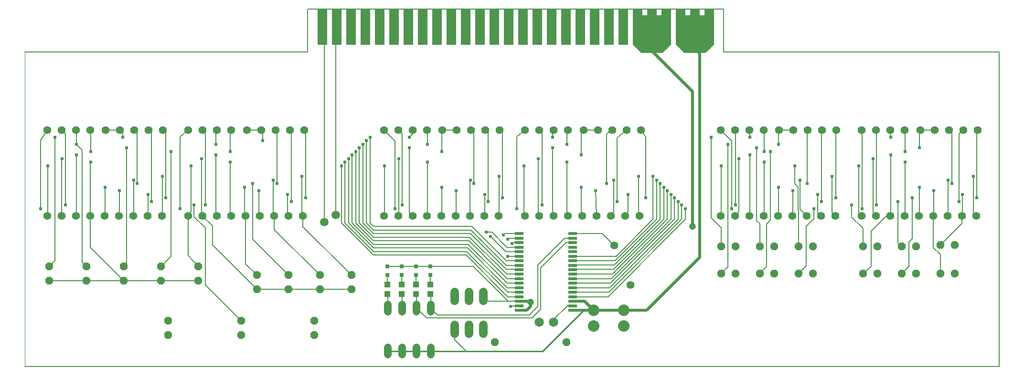
<source format=gtl>
G75*
%MOIN*%
%OFA0B0*%
%FSLAX25Y25*%
%IPPOS*%
%LPD*%
%AMOC8*
5,1,8,0,0,1.08239X$1,22.5*
%
%ADD10C,0.00000*%
%ADD11C,0.00600*%
%ADD12C,0.05600*%
%ADD13OC8,0.05200*%
%ADD14R,0.06500X0.25000*%
%ADD15C,0.00500*%
%ADD16R,0.05906X0.01969*%
%ADD17C,0.05200*%
%ADD18C,0.06500*%
%ADD19C,0.08000*%
%ADD20R,0.03150X0.03150*%
%ADD21R,0.03937X0.04331*%
%ADD22C,0.05543*%
%ADD23C,0.06000*%
%ADD24C,0.02978*%
%ADD25C,0.01200*%
%ADD26C,0.04750*%
%ADD27C,0.02000*%
%ADD28C,0.02387*%
%ADD29C,0.01000*%
%ADD30C,0.05906*%
D10*
X0001300Y0001300D02*
X0001300Y0221300D01*
D11*
X0001300Y0001300D02*
X0681300Y0001300D01*
X0681300Y0221300D01*
X0488800Y0221300D01*
X0486906Y0166800D02*
X0494800Y0158906D01*
X0494800Y0111800D01*
X0497300Y0114300D02*
X0497300Y0166406D01*
X0496906Y0166800D01*
X0506906Y0166800D02*
X0507300Y0166406D01*
X0507300Y0161800D01*
X0516906Y0166800D02*
X0517300Y0166406D01*
X0517300Y0151800D01*
X0521700Y0151800D02*
X0521700Y0103800D01*
X0519000Y0101100D01*
X0519000Y0071400D01*
X0514300Y0066300D01*
X0492000Y0071002D02*
X0492000Y0156800D01*
X0480300Y0161800D02*
X0480300Y0105300D01*
X0487298Y0098302D01*
X0487300Y0085300D01*
X0514300Y0085300D02*
X0514300Y0101300D01*
X0512100Y0103500D01*
X0512100Y0154300D01*
X0507300Y0149300D02*
X0507300Y0107194D01*
X0506906Y0106800D01*
X0499800Y0109694D02*
X0499800Y0146800D01*
X0487300Y0141800D02*
X0487300Y0107194D01*
X0486906Y0106800D01*
X0496906Y0106800D02*
X0499800Y0109694D01*
X0516906Y0106800D02*
X0517300Y0107194D01*
X0517300Y0144300D01*
X0538500Y0141800D02*
X0538500Y0129300D01*
X0541100Y0126700D01*
X0541100Y0110909D01*
X0541300Y0110709D01*
X0541300Y0085300D01*
X0546600Y0071600D02*
X0546600Y0099300D01*
X0552000Y0104700D01*
X0552000Y0111800D01*
X0554800Y0108906D02*
X0554800Y0121800D01*
X0557300Y0116800D02*
X0557300Y0166406D01*
X0557694Y0166800D01*
X0547694Y0166800D02*
X0547300Y0166406D01*
X0547300Y0129300D01*
X0542300Y0131800D02*
X0542300Y0111406D01*
X0546906Y0106800D01*
X0554800Y0108906D02*
X0556906Y0106800D01*
X0564800Y0108906D02*
X0566906Y0106800D01*
X0564800Y0108906D02*
X0564800Y0134300D01*
X0583300Y0141800D02*
X0583300Y0108906D01*
X0585406Y0106800D01*
X0578400Y0105900D02*
X0586300Y0098000D01*
X0586300Y0085300D01*
X0591900Y0096000D02*
X0602700Y0106800D01*
X0605406Y0106800D01*
X0605800Y0107194D01*
X0605800Y0149300D01*
X0615800Y0151800D02*
X0615800Y0166406D01*
X0615406Y0166800D01*
X0625800Y0166406D02*
X0626194Y0166800D01*
X0636194Y0166800D01*
X0646194Y0166800D02*
X0648300Y0164694D01*
X0648300Y0129300D01*
X0645800Y0131800D02*
X0645800Y0107194D01*
X0645406Y0106800D01*
X0635800Y0107194D02*
X0635800Y0124300D01*
X0625800Y0126800D02*
X0625800Y0107194D01*
X0625406Y0106800D01*
X0615800Y0107194D02*
X0615406Y0106800D01*
X0615800Y0107194D02*
X0615800Y0144300D01*
X0625800Y0154300D02*
X0625800Y0166406D01*
X0605800Y0166406D02*
X0605800Y0161800D01*
X0605800Y0166406D02*
X0605406Y0166800D01*
X0595800Y0166406D02*
X0595800Y0114300D01*
X0593300Y0108906D02*
X0593300Y0146800D01*
X0595800Y0166406D02*
X0595406Y0166800D01*
X0585800Y0166406D02*
X0585406Y0166800D01*
X0585800Y0166406D02*
X0585800Y0111800D01*
X0578400Y0114300D02*
X0578400Y0105900D01*
X0593300Y0108906D02*
X0595406Y0106800D01*
X0591900Y0096000D02*
X0591900Y0071500D01*
X0586300Y0066300D01*
X0613300Y0066300D02*
X0618300Y0071500D01*
X0618300Y0088300D01*
X0620700Y0090700D01*
X0620700Y0119300D01*
X0610800Y0116800D02*
X0610800Y0087800D01*
X0613300Y0085300D01*
X0635400Y0084500D02*
X0640300Y0079600D01*
X0640300Y0066300D01*
X0635400Y0084500D02*
X0635400Y0106794D01*
X0635406Y0106800D01*
X0635800Y0107194D01*
X0655406Y0106800D02*
X0655406Y0101406D01*
X0640300Y0086300D01*
X0655406Y0106800D02*
X0655800Y0107194D01*
X0655800Y0121800D01*
X0665800Y0119300D02*
X0665800Y0166406D01*
X0666194Y0166800D01*
X0656194Y0166800D02*
X0653300Y0163906D01*
X0653300Y0116800D01*
X0663300Y0108906D02*
X0665406Y0106800D01*
X0663300Y0108906D02*
X0663300Y0134300D01*
X0567300Y0119300D02*
X0567300Y0166406D01*
X0567694Y0166800D01*
X0537694Y0166800D02*
X0527694Y0166800D01*
X0527300Y0166406D01*
X0527300Y0156800D01*
X0527300Y0126800D02*
X0527300Y0107194D01*
X0526906Y0106800D01*
X0536906Y0106800D02*
X0537300Y0107194D01*
X0537300Y0124300D01*
X0462300Y0111800D02*
X0462300Y0104300D01*
X0408177Y0050177D01*
X0383801Y0050177D01*
X0383801Y0053327D02*
X0408827Y0053327D01*
X0459800Y0104300D01*
X0459800Y0114300D01*
X0457300Y0116800D02*
X0457300Y0104300D01*
X0409476Y0056476D01*
X0383801Y0056476D01*
X0383801Y0059626D02*
X0393300Y0059626D01*
X0393626Y0059626D01*
X0410126Y0059626D01*
X0454800Y0104300D01*
X0454800Y0119300D01*
X0452300Y0121800D02*
X0452300Y0104300D01*
X0410776Y0062776D01*
X0393776Y0062776D01*
X0393300Y0062776D01*
X0383801Y0062776D01*
X0383801Y0065925D02*
X0411425Y0065925D01*
X0449800Y0104300D01*
X0449800Y0124300D01*
X0447300Y0126800D02*
X0447300Y0104300D01*
X0412300Y0069300D01*
X0384026Y0069300D01*
X0383801Y0069075D01*
X0383801Y0072224D02*
X0383876Y0072300D01*
X0412800Y0072300D01*
X0444800Y0104300D01*
X0444800Y0129300D01*
X0442300Y0131800D02*
X0442300Y0104300D01*
X0413374Y0075374D01*
X0383801Y0075374D01*
X0383801Y0078524D02*
X0414024Y0078524D01*
X0439800Y0104300D01*
X0439800Y0134300D01*
X0429800Y0134300D02*
X0429800Y0107194D01*
X0430406Y0106800D01*
X0422300Y0109694D02*
X0420406Y0106800D01*
X0422300Y0109694D02*
X0422300Y0121800D01*
X0414800Y0116800D02*
X0414800Y0161406D01*
X0421194Y0166800D01*
X0411194Y0166800D02*
X0407300Y0163906D01*
X0407300Y0129300D01*
X0412300Y0131800D02*
X0412300Y0109694D01*
X0410406Y0106800D01*
X0400406Y0106800D02*
X0399800Y0124300D01*
X0389800Y0126800D02*
X0389800Y0107194D01*
X0390406Y0106800D01*
X0380406Y0106800D02*
X0379800Y0107194D01*
X0379800Y0144300D01*
X0389800Y0149300D02*
X0389800Y0166406D01*
X0391194Y0166800D01*
X0401194Y0166800D01*
X0380406Y0166800D02*
X0379800Y0166406D01*
X0379800Y0156800D01*
X0369800Y0154300D02*
X0369800Y0107194D01*
X0370406Y0106800D01*
X0360406Y0106800D02*
X0359800Y0107194D01*
X0359800Y0146800D01*
X0349800Y0141800D02*
X0349800Y0107194D01*
X0350406Y0106800D01*
X0344800Y0111800D02*
X0344800Y0162194D01*
X0350406Y0166800D01*
X0360406Y0166800D02*
X0362300Y0163906D01*
X0362300Y0114300D01*
X0334800Y0119300D02*
X0334800Y0164694D01*
X0332694Y0166800D01*
X0324800Y0164694D02*
X0324800Y0116800D01*
X0322300Y0121800D02*
X0322300Y0107194D01*
X0321906Y0106800D01*
X0331906Y0106800D02*
X0332300Y0107194D01*
X0332300Y0134300D01*
X0314800Y0129300D02*
X0314800Y0164694D01*
X0312694Y0166800D01*
X0302694Y0166800D02*
X0292694Y0166800D01*
X0292300Y0166406D01*
X0292300Y0151800D01*
X0282300Y0156800D02*
X0282300Y0166406D01*
X0281906Y0166800D01*
X0271906Y0166800D02*
X0271906Y0163906D01*
X0269800Y0161800D01*
X0264800Y0163906D02*
X0261906Y0166800D01*
X0264800Y0163906D02*
X0264800Y0114300D01*
X0259800Y0111800D02*
X0259800Y0158906D01*
X0251906Y0166800D01*
X0242300Y0161800D02*
X0242300Y0101800D01*
X0244800Y0099300D01*
X0313300Y0099300D01*
X0337226Y0075374D01*
X0346399Y0075374D01*
X0346176Y0078300D02*
X0338300Y0078300D01*
X0337034Y0081673D02*
X0346399Y0081673D01*
X0346399Y0078524D02*
X0346176Y0078300D01*
X0337034Y0081673D02*
X0326356Y0092351D01*
X0327300Y0095300D02*
X0337777Y0084823D01*
X0346399Y0084823D01*
X0346399Y0087972D02*
X0341972Y0087972D01*
X0341300Y0087300D01*
X0338300Y0090300D02*
X0339122Y0091122D01*
X0346399Y0091122D01*
X0346399Y0094272D02*
X0336272Y0094272D01*
X0335300Y0093300D01*
X0327300Y0095300D02*
X0323300Y0095300D01*
X0312800Y0096800D02*
X0244800Y0096800D01*
X0239800Y0101800D01*
X0239800Y0159300D01*
X0237300Y0156800D02*
X0237300Y0101800D01*
X0244800Y0094300D01*
X0312300Y0094300D01*
X0337300Y0069300D01*
X0346174Y0069300D01*
X0346399Y0069075D01*
X0346399Y0065925D02*
X0337675Y0065925D01*
X0311800Y0091800D01*
X0244800Y0091800D01*
X0234800Y0101800D01*
X0234800Y0154300D01*
X0232300Y0151800D02*
X0232300Y0101800D01*
X0244800Y0089300D01*
X0311300Y0089300D01*
X0337824Y0062776D01*
X0346399Y0062776D01*
X0346399Y0059626D02*
X0337974Y0059626D01*
X0310800Y0086800D01*
X0244800Y0086800D01*
X0229800Y0101800D01*
X0229800Y0149300D01*
X0227300Y0146800D02*
X0227300Y0101800D01*
X0244800Y0084300D01*
X0310300Y0084300D01*
X0338124Y0056476D01*
X0346399Y0056476D01*
X0346399Y0053327D02*
X0338273Y0053327D01*
X0309800Y0081800D01*
X0244800Y0081800D01*
X0224800Y0101800D01*
X0224800Y0144300D01*
X0222300Y0141800D02*
X0222300Y0101800D01*
X0244800Y0079300D01*
X0309300Y0079300D01*
X0338423Y0050177D01*
X0346399Y0050177D01*
X0346399Y0047028D02*
X0338572Y0047028D01*
X0324572Y0047028D01*
X0321300Y0050300D01*
X0338572Y0047028D02*
X0314347Y0071253D01*
X0284300Y0071253D01*
X0274300Y0071253D01*
X0264300Y0071253D01*
X0254300Y0071253D01*
X0254300Y0065347D02*
X0254300Y0058646D01*
X0264300Y0058646D02*
X0264300Y0065347D01*
X0274300Y0065347D02*
X0274300Y0058646D01*
X0284300Y0058646D02*
X0284300Y0065347D01*
X0284300Y0051954D02*
X0284500Y0051754D01*
X0284500Y0042200D01*
X0289400Y0037300D01*
X0353300Y0037300D01*
X0359300Y0043300D01*
X0359300Y0072300D01*
X0378122Y0091122D01*
X0383801Y0091122D01*
X0383801Y0087972D02*
X0378972Y0087972D01*
X0361300Y0070300D01*
X0361300Y0041300D01*
X0355300Y0035300D01*
X0281500Y0035300D01*
X0274500Y0042300D01*
X0274500Y0042200D01*
X0274500Y0042300D02*
X0274500Y0051754D01*
X0274300Y0051954D01*
X0264500Y0051754D02*
X0264500Y0042200D01*
X0254500Y0042200D02*
X0254500Y0051754D01*
X0254300Y0051954D01*
X0264300Y0051954D02*
X0264500Y0051754D01*
X0229300Y0055300D02*
X0207300Y0055300D01*
X0185300Y0055300D01*
X0163300Y0055300D01*
X0132300Y0086300D01*
X0132300Y0099694D01*
X0124800Y0107194D01*
X0124603Y0106997D01*
X0125406Y0106800D01*
X0124800Y0107194D02*
X0124800Y0146800D01*
X0134800Y0149300D02*
X0134800Y0107194D01*
X0135406Y0106800D01*
X0144800Y0107194D02*
X0145406Y0106800D01*
X0144800Y0107194D02*
X0144800Y0144300D01*
X0144800Y0151800D02*
X0144800Y0166406D01*
X0145406Y0166800D01*
X0156194Y0166800D02*
X0166194Y0166800D01*
X0167300Y0164694D01*
X0167300Y0159300D01*
X0177300Y0164694D02*
X0177300Y0129300D01*
X0174800Y0131800D02*
X0174800Y0107194D01*
X0175406Y0106800D01*
X0175406Y0097194D01*
X0207300Y0065300D01*
X0185300Y0065300D02*
X0160300Y0090300D01*
X0160300Y0129300D01*
X0154800Y0126800D02*
X0154800Y0107194D01*
X0155406Y0106800D02*
X0155406Y0073194D01*
X0163300Y0065300D01*
X0163300Y0057906D02*
X0163300Y0055300D01*
X0152300Y0033300D02*
X0127300Y0058300D01*
X0127300Y0098300D01*
X0119394Y0106206D01*
X0119394Y0114300D01*
X0127300Y0114300D02*
X0127300Y0163906D01*
X0125406Y0166800D01*
X0134800Y0166406D02*
X0135406Y0166800D01*
X0134800Y0166406D02*
X0134800Y0156800D01*
X0115406Y0166800D02*
X0109800Y0162194D01*
X0109800Y0111800D01*
X0115406Y0106800D02*
X0117300Y0109694D01*
X0117300Y0141800D01*
X0097300Y0134300D02*
X0097300Y0107194D01*
X0096906Y0106800D01*
X0087300Y0107194D02*
X0087300Y0121800D01*
X0089800Y0116800D02*
X0089800Y0164694D01*
X0087694Y0166800D01*
X0079800Y0164694D02*
X0079800Y0129300D01*
X0077300Y0131800D02*
X0077300Y0107194D01*
X0076906Y0106800D01*
X0086906Y0106800D02*
X0087300Y0107194D01*
X0067300Y0107194D02*
X0066906Y0106800D01*
X0067300Y0107194D02*
X0067300Y0124300D01*
X0057300Y0126800D02*
X0057300Y0107194D01*
X0056906Y0106800D01*
X0046906Y0106800D02*
X0046906Y0084694D01*
X0070300Y0061300D01*
X0096300Y0061300D01*
X0122300Y0061300D01*
X0122300Y0071300D02*
X0115406Y0079194D01*
X0115406Y0106800D01*
X0099800Y0119300D02*
X0099800Y0164694D01*
X0097694Y0166800D01*
X0079800Y0164694D02*
X0077694Y0166800D01*
X0069800Y0164694D02*
X0067694Y0166800D01*
X0057694Y0166800D01*
X0047300Y0166406D02*
X0046906Y0166800D01*
X0047300Y0166406D02*
X0047300Y0151800D01*
X0041300Y0152800D02*
X0041300Y0074300D01*
X0044300Y0071300D01*
X0022300Y0075300D02*
X0022300Y0161800D01*
X0026906Y0166800D02*
X0029800Y0163906D01*
X0029800Y0114300D01*
X0026906Y0106800D02*
X0026906Y0146406D01*
X0027300Y0146800D01*
X0037300Y0149300D02*
X0037300Y0107194D01*
X0036906Y0106800D01*
X0046906Y0106800D02*
X0046906Y0143906D01*
X0047300Y0144300D01*
X0041300Y0152800D02*
X0037300Y0156800D01*
X0037300Y0166406D01*
X0036906Y0166800D01*
X0016906Y0166800D02*
X0012300Y0159694D01*
X0012300Y0111800D01*
X0017300Y0107194D02*
X0016906Y0106800D01*
X0017300Y0107194D02*
X0017300Y0141800D01*
X0069800Y0161800D02*
X0069800Y0164694D01*
X0072300Y0154300D02*
X0072300Y0073300D01*
X0070300Y0071300D01*
X0070300Y0061300D02*
X0044300Y0061300D01*
X0018300Y0061300D01*
X0018300Y0071300D02*
X0022300Y0075300D01*
X0096300Y0071300D02*
X0103300Y0078300D01*
X0103300Y0151800D01*
X0176194Y0166800D02*
X0177300Y0164694D01*
X0186194Y0166800D02*
X0187300Y0164694D01*
X0187300Y0116800D01*
X0197300Y0119300D02*
X0197300Y0164694D01*
X0196194Y0166800D01*
X0252300Y0141800D02*
X0252300Y0107194D01*
X0251906Y0106800D01*
X0261906Y0106800D02*
X0262300Y0107194D01*
X0262300Y0146800D01*
X0269800Y0154300D02*
X0269800Y0108906D01*
X0271906Y0106800D01*
X0281906Y0106800D02*
X0282300Y0107194D01*
X0282300Y0144300D01*
X0311906Y0131406D02*
X0311906Y0106800D01*
X0302300Y0107194D02*
X0301906Y0106800D01*
X0302300Y0107194D02*
X0302300Y0124300D01*
X0292300Y0126800D02*
X0292300Y0107194D01*
X0291906Y0106800D01*
X0312800Y0096800D02*
X0337376Y0072224D01*
X0346399Y0072224D01*
X0383801Y0094272D02*
X0404425Y0094272D01*
X0412575Y0086122D01*
X0487300Y0066300D02*
X0492000Y0071002D01*
X0541300Y0066300D02*
X0546600Y0071600D01*
X0434800Y0119300D02*
X0434800Y0162194D01*
X0431194Y0166800D01*
X0370406Y0166800D02*
X0369800Y0166406D01*
X0369800Y0161800D01*
X0324800Y0164694D02*
X0322694Y0166800D01*
X0312300Y0131800D02*
X0311906Y0131406D01*
X0218300Y0107300D02*
X0218300Y0238050D01*
X0219050Y0238800D01*
X0210300Y0237550D02*
X0209050Y0238800D01*
X0210300Y0237550D02*
X0210300Y0102300D01*
X0195406Y0099194D02*
X0195406Y0106800D01*
X0194800Y0107194D01*
X0194800Y0134300D01*
X0164800Y0124300D02*
X0164800Y0107194D01*
X0165406Y0106800D01*
X0155406Y0106800D02*
X0155406Y0102406D01*
X0184800Y0107194D02*
X0184800Y0121800D01*
X0184800Y0107194D02*
X0185406Y0106800D01*
X0195406Y0099194D02*
X0229300Y0065300D01*
X0301300Y0027300D02*
X0301300Y0020200D01*
X0309300Y0012200D01*
X0370300Y0032300D02*
X0370300Y0034300D01*
X0379878Y0043878D01*
X0383801Y0043878D01*
X0346399Y0043878D02*
X0340878Y0043878D01*
X0340300Y0043300D01*
X0198800Y0221300D02*
X0001300Y0221300D01*
D12*
X0016906Y0166800D03*
X0026906Y0166800D03*
X0036906Y0166800D03*
X0046906Y0166800D03*
X0057694Y0166800D03*
X0067694Y0166800D03*
X0077694Y0166800D03*
X0087694Y0166800D03*
X0097694Y0166800D03*
X0115406Y0166800D03*
X0125406Y0166800D03*
X0135406Y0166800D03*
X0145406Y0166800D03*
X0156194Y0166800D03*
X0166194Y0166800D03*
X0176194Y0166800D03*
X0186194Y0166800D03*
X0196194Y0166800D03*
X0251906Y0166800D03*
X0261906Y0166800D03*
X0271906Y0166800D03*
X0281906Y0166800D03*
X0292694Y0166800D03*
X0302694Y0166800D03*
X0312694Y0166800D03*
X0322694Y0166800D03*
X0332694Y0166800D03*
X0350406Y0166800D03*
X0360406Y0166800D03*
X0370406Y0166800D03*
X0380406Y0166800D03*
X0391194Y0166800D03*
X0401194Y0166800D03*
X0411194Y0166800D03*
X0421194Y0166800D03*
X0431194Y0166800D03*
X0486906Y0166800D03*
X0496906Y0166800D03*
X0506906Y0166800D03*
X0516906Y0166800D03*
X0527694Y0166800D03*
X0537694Y0166800D03*
X0547694Y0166800D03*
X0557694Y0166800D03*
X0567694Y0166800D03*
X0585406Y0166800D03*
X0595406Y0166800D03*
X0605406Y0166800D03*
X0615406Y0166800D03*
X0626194Y0166800D03*
X0636194Y0166800D03*
X0646194Y0166800D03*
X0656194Y0166800D03*
X0666194Y0166800D03*
X0665406Y0106800D03*
X0655406Y0106800D03*
X0645406Y0106800D03*
X0635406Y0106800D03*
X0625406Y0106800D03*
X0615406Y0106800D03*
X0605406Y0106800D03*
X0595406Y0106800D03*
X0585406Y0106800D03*
X0566906Y0106800D03*
X0556906Y0106800D03*
X0546906Y0106800D03*
X0536906Y0106800D03*
X0526906Y0106800D03*
X0516906Y0106800D03*
X0506906Y0106800D03*
X0496906Y0106800D03*
X0486906Y0106800D03*
X0430406Y0106800D03*
X0420406Y0106800D03*
X0410406Y0106800D03*
X0400406Y0106800D03*
X0390406Y0106800D03*
X0380406Y0106800D03*
X0370406Y0106800D03*
X0360406Y0106800D03*
X0350406Y0106800D03*
X0331906Y0106800D03*
X0321906Y0106800D03*
X0311906Y0106800D03*
X0301906Y0106800D03*
X0291906Y0106800D03*
X0281906Y0106800D03*
X0271906Y0106800D03*
X0261906Y0106800D03*
X0251906Y0106800D03*
X0195406Y0106800D03*
X0185406Y0106800D03*
X0175406Y0106800D03*
X0165406Y0106800D03*
X0155406Y0106800D03*
X0145406Y0106800D03*
X0135406Y0106800D03*
X0125406Y0106800D03*
X0115406Y0106800D03*
X0096906Y0106800D03*
X0086906Y0106800D03*
X0076906Y0106800D03*
X0066906Y0106800D03*
X0056906Y0106800D03*
X0046906Y0106800D03*
X0036906Y0106800D03*
X0026906Y0106800D03*
X0016906Y0106800D03*
D13*
X0018300Y0071300D03*
X0018300Y0061300D03*
X0044300Y0061300D03*
X0044300Y0071300D03*
X0070300Y0071300D03*
X0070300Y0061300D03*
X0096300Y0061300D03*
X0122300Y0061300D03*
X0122300Y0071300D03*
X0096300Y0071300D03*
X0163300Y0065300D03*
X0163300Y0055300D03*
X0185300Y0055300D03*
X0207300Y0055300D03*
X0229300Y0055300D03*
X0229300Y0065300D03*
X0207300Y0065300D03*
X0185300Y0065300D03*
X0203300Y0033300D03*
X0203300Y0023300D03*
X0152300Y0023300D03*
X0152300Y0033300D03*
X0101300Y0033300D03*
X0101300Y0023300D03*
X0329300Y0018300D03*
X0379300Y0018300D03*
X0487300Y0066300D03*
X0497300Y0066300D03*
X0514300Y0066300D03*
X0524300Y0066300D03*
X0541300Y0066300D03*
X0551300Y0066300D03*
X0586300Y0066300D03*
X0596300Y0066300D03*
X0613300Y0066300D03*
X0623300Y0066300D03*
X0640300Y0066300D03*
X0650300Y0066300D03*
X0650300Y0086300D03*
X0640300Y0086300D03*
X0623300Y0085300D03*
X0613300Y0085300D03*
X0596300Y0085300D03*
X0586300Y0085300D03*
X0551300Y0085300D03*
X0541300Y0085300D03*
X0524300Y0085300D03*
X0514300Y0085300D03*
X0497300Y0085300D03*
X0487300Y0085300D03*
D14*
X0479050Y0238800D03*
X0469050Y0238800D03*
X0459050Y0238800D03*
X0449050Y0238800D03*
X0439050Y0238800D03*
X0429050Y0238800D03*
X0419050Y0238800D03*
X0409050Y0238800D03*
X0399050Y0238800D03*
X0389050Y0238800D03*
X0379050Y0238800D03*
X0369050Y0238800D03*
X0359050Y0238800D03*
X0349050Y0238800D03*
X0339050Y0238800D03*
X0329050Y0238800D03*
X0319050Y0238800D03*
X0309050Y0238800D03*
X0299050Y0238800D03*
X0289050Y0238800D03*
X0279050Y0238800D03*
X0269050Y0238800D03*
X0259050Y0238800D03*
X0249050Y0238800D03*
X0239050Y0238800D03*
X0229050Y0238800D03*
X0219050Y0238800D03*
X0209050Y0238800D03*
D15*
X0199050Y0251300D02*
X0489050Y0251300D01*
X0489050Y0221300D01*
X0198775Y0221300D02*
X0198775Y0251300D01*
D16*
X0346399Y0094272D03*
X0346399Y0091122D03*
X0346399Y0087972D03*
X0346399Y0084823D03*
X0346399Y0081673D03*
X0346399Y0078524D03*
X0346399Y0075374D03*
X0346399Y0072224D03*
X0346399Y0069075D03*
X0346399Y0065925D03*
X0346399Y0062776D03*
X0346399Y0059626D03*
X0346399Y0056476D03*
X0346399Y0053327D03*
X0346399Y0050177D03*
X0346399Y0047028D03*
X0346399Y0043878D03*
X0346399Y0040728D03*
X0383801Y0040728D03*
X0383801Y0043878D03*
X0383801Y0047028D03*
X0383801Y0050177D03*
X0383801Y0053327D03*
X0383801Y0056476D03*
X0383801Y0059626D03*
X0383801Y0062776D03*
X0383801Y0065925D03*
X0383801Y0069075D03*
X0383801Y0072224D03*
X0383801Y0075374D03*
X0383801Y0078524D03*
X0383801Y0081673D03*
X0383801Y0084823D03*
X0383801Y0087972D03*
X0383801Y0091122D03*
X0383801Y0094272D03*
D17*
X0284500Y0044800D02*
X0284500Y0039600D01*
X0274500Y0039600D02*
X0274500Y0044800D01*
X0264500Y0044800D02*
X0264500Y0039600D01*
X0254500Y0039600D02*
X0254500Y0044800D01*
X0254500Y0014800D02*
X0254500Y0009600D01*
X0264500Y0009600D02*
X0264500Y0014800D01*
X0274500Y0014800D02*
X0274500Y0009600D01*
X0284500Y0009600D02*
X0284500Y0014800D01*
D18*
X0360300Y0032300D03*
X0370300Y0032300D03*
D19*
X0398300Y0029800D03*
X0419300Y0029800D03*
X0419300Y0040800D03*
X0398300Y0040800D03*
D20*
X0284300Y0065347D03*
X0274300Y0065347D03*
X0274300Y0071253D03*
X0284300Y0071253D03*
X0264300Y0071253D03*
X0254300Y0071253D03*
X0254300Y0065347D03*
X0264300Y0065347D03*
D21*
X0264300Y0058646D03*
X0254300Y0058646D03*
X0254300Y0051954D03*
X0264300Y0051954D03*
X0274300Y0051954D03*
X0284300Y0051954D03*
X0284300Y0058646D03*
X0274300Y0058646D03*
D22*
X0412575Y0086122D03*
X0424025Y0058478D03*
D23*
X0321300Y0053300D02*
X0321300Y0047300D01*
X0311300Y0047300D02*
X0311300Y0053300D01*
X0301300Y0053300D02*
X0301300Y0047300D01*
X0301300Y0030300D02*
X0301300Y0024300D01*
X0311300Y0024300D02*
X0311300Y0030300D01*
X0321300Y0030300D02*
X0321300Y0024300D01*
D24*
X0438800Y0222300D03*
X0469300Y0223300D03*
D25*
X0476300Y0221300D02*
X0461800Y0221300D01*
X0456300Y0226800D01*
X0456300Y0246450D01*
X0481800Y0246450D01*
X0481800Y0226800D01*
X0476300Y0221300D01*
X0476789Y0221789D02*
X0461311Y0221789D01*
X0460113Y0222987D02*
X0477987Y0222987D01*
X0479186Y0224186D02*
X0458914Y0224186D01*
X0457716Y0225384D02*
X0480384Y0225384D01*
X0481583Y0226583D02*
X0456517Y0226583D01*
X0456300Y0227781D02*
X0481800Y0227781D01*
X0481800Y0228980D02*
X0456300Y0228980D01*
X0456300Y0230178D02*
X0481800Y0230178D01*
X0481800Y0231377D02*
X0456300Y0231377D01*
X0456300Y0232575D02*
X0481800Y0232575D01*
X0481800Y0233774D02*
X0456300Y0233774D01*
X0456300Y0234972D02*
X0481800Y0234972D01*
X0481800Y0236171D02*
X0456300Y0236171D01*
X0456300Y0237370D02*
X0481800Y0237370D01*
X0481800Y0238568D02*
X0456300Y0238568D01*
X0456300Y0239767D02*
X0481800Y0239767D01*
X0481800Y0240965D02*
X0456300Y0240965D01*
X0456300Y0242164D02*
X0481800Y0242164D01*
X0481800Y0243362D02*
X0456300Y0243362D01*
X0456300Y0244561D02*
X0481800Y0244561D01*
X0481800Y0245759D02*
X0456300Y0245759D01*
X0451800Y0245759D02*
X0426300Y0245759D01*
X0426300Y0246300D02*
X0451800Y0246300D01*
X0451800Y0226800D01*
X0446300Y0221300D01*
X0431800Y0221300D01*
X0426300Y0226800D01*
X0426300Y0246300D01*
X0426300Y0244561D02*
X0451800Y0244561D01*
X0451800Y0243362D02*
X0426300Y0243362D01*
X0426300Y0242164D02*
X0451800Y0242164D01*
X0451800Y0240965D02*
X0426300Y0240965D01*
X0426300Y0239767D02*
X0451800Y0239767D01*
X0451800Y0238568D02*
X0426300Y0238568D01*
X0426300Y0237370D02*
X0451800Y0237370D01*
X0451800Y0236171D02*
X0426300Y0236171D01*
X0426300Y0234972D02*
X0451800Y0234972D01*
X0451800Y0233774D02*
X0426300Y0233774D01*
X0426300Y0232575D02*
X0451800Y0232575D01*
X0451800Y0231377D02*
X0426300Y0231377D01*
X0426300Y0230178D02*
X0451800Y0230178D01*
X0451800Y0228980D02*
X0426300Y0228980D01*
X0426300Y0227781D02*
X0451800Y0227781D01*
X0451583Y0226583D02*
X0426517Y0226583D01*
X0427716Y0225384D02*
X0450384Y0225384D01*
X0449186Y0224186D02*
X0428914Y0224186D01*
X0430113Y0222987D02*
X0447987Y0222987D01*
X0446789Y0221789D02*
X0431311Y0221789D01*
D26*
X0467300Y0099300D03*
X0354300Y0046300D03*
D27*
X0354300Y0043300D01*
X0351728Y0040728D01*
X0346399Y0040728D01*
X0346399Y0047028D02*
X0353572Y0047028D01*
X0354300Y0046300D01*
X0383801Y0047028D02*
X0392072Y0047028D01*
X0398300Y0040800D01*
X0419300Y0040800D01*
X0435223Y0040800D01*
X0472300Y0077877D01*
X0472300Y0220300D01*
X0469300Y0223300D01*
X0467300Y0193800D02*
X0438800Y0222300D01*
X0467300Y0193800D02*
X0467300Y0099300D01*
X0398300Y0040800D02*
X0398228Y0040728D01*
X0391300Y0040728D01*
X0383801Y0040728D01*
D28*
X0340300Y0043300D03*
X0338300Y0078300D03*
X0341300Y0087300D03*
X0338300Y0090300D03*
X0335300Y0093300D03*
X0326356Y0092351D03*
X0323300Y0095300D03*
X0344800Y0111800D03*
X0334800Y0119300D03*
X0324800Y0116800D03*
X0322300Y0121800D03*
X0314800Y0129300D03*
X0312300Y0131800D03*
X0302300Y0124300D03*
X0292300Y0126800D03*
X0264800Y0114300D03*
X0259800Y0111800D03*
X0197300Y0119300D03*
X0187300Y0116800D03*
X0184800Y0121800D03*
X0177300Y0129300D03*
X0174800Y0131800D03*
X0160300Y0129300D03*
X0154800Y0126800D03*
X0164800Y0124300D03*
X0194800Y0134300D03*
X0222300Y0141800D03*
X0224800Y0144300D03*
X0227300Y0146800D03*
X0229800Y0149300D03*
X0232300Y0151800D03*
X0234800Y0154300D03*
X0237300Y0156800D03*
X0239800Y0159300D03*
X0242300Y0161800D03*
X0269800Y0161800D03*
X0282300Y0156800D03*
X0292300Y0151800D03*
X0282300Y0144300D03*
X0262300Y0146800D03*
X0252300Y0141800D03*
X0269800Y0154300D03*
X0332300Y0134300D03*
X0349800Y0141800D03*
X0359800Y0146800D03*
X0369800Y0154300D03*
X0379800Y0156800D03*
X0369800Y0161800D03*
X0389800Y0149300D03*
X0379800Y0144300D03*
X0412300Y0131800D03*
X0407300Y0129300D03*
X0399800Y0124300D03*
X0389800Y0126800D03*
X0414800Y0116800D03*
X0422300Y0121800D03*
X0434800Y0119300D03*
X0449800Y0124300D03*
X0447300Y0126800D03*
X0444800Y0129300D03*
X0442300Y0131800D03*
X0439800Y0134300D03*
X0429800Y0134300D03*
X0452300Y0121800D03*
X0454800Y0119300D03*
X0457300Y0116800D03*
X0459800Y0114300D03*
X0462300Y0111800D03*
X0494800Y0111800D03*
X0497300Y0114300D03*
X0527300Y0126800D03*
X0537300Y0124300D03*
X0547300Y0129300D03*
X0542300Y0131800D03*
X0564800Y0134300D03*
X0583300Y0141800D03*
X0593300Y0146800D03*
X0605800Y0149300D03*
X0615800Y0151800D03*
X0625800Y0154300D03*
X0605800Y0161800D03*
X0615800Y0144300D03*
X0645800Y0131800D03*
X0648300Y0129300D03*
X0635800Y0124300D03*
X0625800Y0126800D03*
X0620700Y0119300D03*
X0610800Y0116800D03*
X0595800Y0114300D03*
X0585800Y0111800D03*
X0578400Y0114300D03*
X0567300Y0119300D03*
X0557300Y0116800D03*
X0554800Y0121800D03*
X0552000Y0111800D03*
X0538500Y0141800D03*
X0517300Y0144300D03*
X0507300Y0149300D03*
X0499800Y0146800D03*
X0487300Y0141800D03*
X0517300Y0151800D03*
X0521700Y0151800D03*
X0512100Y0154300D03*
X0527300Y0156800D03*
X0507300Y0161800D03*
X0492000Y0156800D03*
X0480300Y0161800D03*
X0362300Y0114300D03*
X0167300Y0159300D03*
X0144800Y0151800D03*
X0134800Y0149300D03*
X0124800Y0146800D03*
X0117300Y0141800D03*
X0097300Y0134300D03*
X0079800Y0129300D03*
X0077300Y0131800D03*
X0067300Y0124300D03*
X0057300Y0126800D03*
X0087300Y0121800D03*
X0089800Y0116800D03*
X0099800Y0119300D03*
X0109800Y0111800D03*
X0119394Y0114300D03*
X0127300Y0114300D03*
X0144800Y0144300D03*
X0134800Y0156800D03*
X0103300Y0151800D03*
X0072300Y0154300D03*
X0069800Y0161800D03*
X0047300Y0151800D03*
X0037300Y0149300D03*
X0027300Y0146800D03*
X0017300Y0141800D03*
X0047300Y0144300D03*
X0037300Y0156800D03*
X0022300Y0161800D03*
X0029800Y0114300D03*
X0012300Y0111800D03*
X0653300Y0116800D03*
X0655800Y0121800D03*
X0665800Y0119300D03*
X0663300Y0134300D03*
D29*
X0391300Y0040728D02*
X0362772Y0012200D01*
X0309300Y0012200D01*
X0284500Y0012200D01*
X0274500Y0012200D01*
X0264500Y0012200D01*
X0254500Y0012200D01*
D30*
X0210300Y0102300D03*
X0218300Y0107300D03*
M02*

</source>
